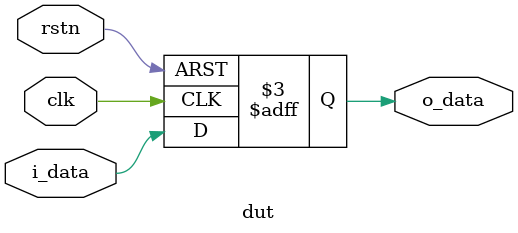
<source format=sv>
/**
 * DUT template
 *
 * @version: 0.1
 * @author : Gabriel Villanova N. M.
 */

module dut (
  input logic clk,
  input logic rstn,
  input logic i_data,
  output logic o_data
);
  
  always_ff @(posedge clk or negedge rstn) begin
    if(!rstn) begin
      o_data <= 0;
    end else begin
      o_data <= i_data;
    end
  end

endmodule
</source>
